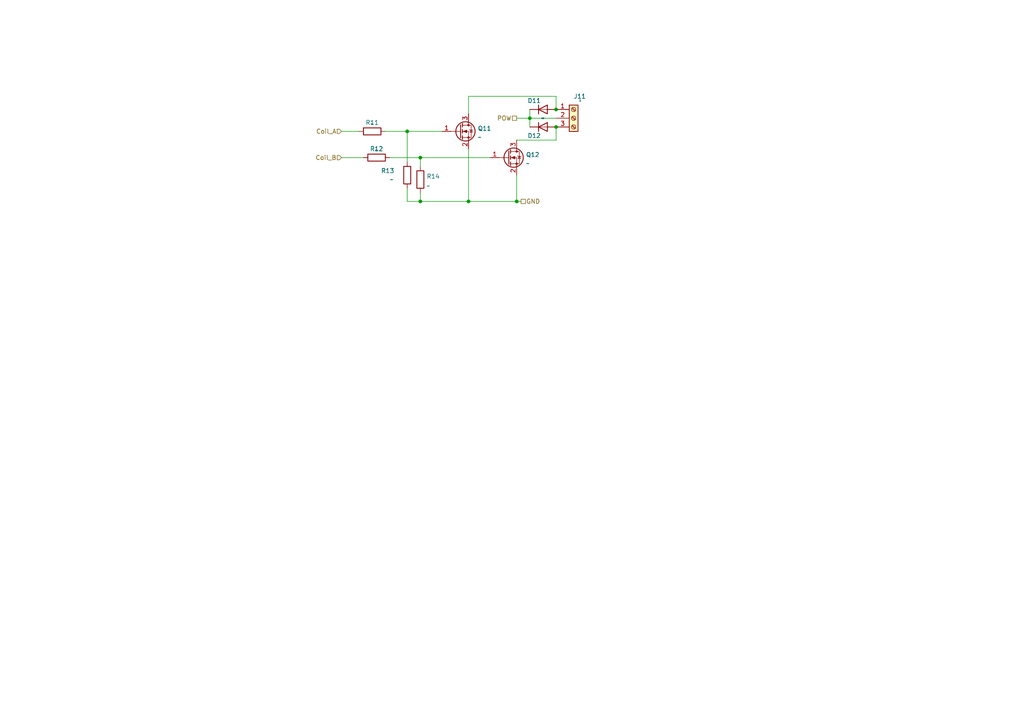
<source format=kicad_sch>
(kicad_sch (version 20230121) (generator eeschema)
  (paper "A4")
  (lib_symbols
    (symbol "Connector:Screw_Terminal_01x03" (pin_names (offset 1.016) hide)
      (property "Reference" "J" (at 0 5.08 0))
      (property "Value" "Screw_Terminal_01x03" (at 0 -5.08 0))
      (symbol "Screw_Terminal_01x03_1_1"
        (rectangle (start -1.27 3.81) (end 1.27 -3.81) (stroke (width 0.254)) (fill (type background)))
        (circle (center 0 -2.54) (radius 0.635) (stroke (width 0.1524)))
        (polyline (pts (xy -0.5334 -2.2098) (xy 0.3302 -3.048)) (stroke (width 0.1524)))
        (polyline (pts (xy -0.5334 0.3302) (xy 0.3302 -0.508)) (stroke (width 0.1524)))
        (polyline (pts (xy -0.5334 2.8702) (xy 0.3302 2.032)) (stroke (width 0.1524)))
        (polyline (pts (xy -0.3556 -2.032) (xy 0.508 -2.8702)) (stroke (width 0.1524)))
        (polyline (pts (xy -0.3556 0.508) (xy 0.508 -0.3302)) (stroke (width 0.1524)))
        (polyline (pts (xy -0.3556 3.048) (xy 0.508 2.2098)) (stroke (width 0.1524)))
        (circle (center 0 0) (radius 0.635) (stroke (width 0.1524)))
        (circle (center 0 2.54) (radius 0.635) (stroke (width 0.1524)))
        (pin passive line (at -5.08 2.54 0) (length 3.81) (name "Pin_1") (number "1"))
        (pin passive line (at -5.08 0 0) (length 3.81) (name "Pin_2") (number "2"))
        (pin passive line (at -5.08 -2.54 0) (length 3.81) (name "Pin_3") (number "3"))
      )
    )
    (symbol "Device:D" (pin_numbers hide) (pin_names (offset 1.016) hide)
      (property "Reference" "D" (at 0 2.54 0))
      (property "Value" "D" (at 0 -2.54 0))
      (symbol "D_0_1"
        (polyline (pts (xy -1.27 1.27) (xy -1.27 -1.27)) (stroke (width 0.254)))
        (polyline (pts (xy 1.27 0) (xy -1.27 0)))
        (polyline (pts (xy 1.27 1.27) (xy 1.27 -1.27) (xy -1.27 0) (xy 1.27 1.27)) (stroke (width 0.254)))
      )
      (symbol "D_1_1"
        (pin passive line (at -3.81 0 0) (length 2.54) (name "K") (number "1"))
        (pin passive line (at 3.81 0 180) (length 2.54) (name "A") (number "2"))
      )
    )
    (symbol "Device:R" (pin_numbers hide) (pin_names (offset 0))
      (property "Reference" "R" (at 2.032 0 90))
      (property "Value" "R" (at 0 0 90))
      (symbol "R_0_1"
        (rectangle (start -1.016 -2.54) (end 1.016 2.54) (stroke (width 0.254)))
      )
      (symbol "R_1_1"
        (pin passive line (at 0 3.81 270) (length 1.27) (name "~") (number "1"))
        (pin passive line (at 0 -3.81 90) (length 1.27) (name "~") (number "2"))
      )
    )
    (symbol "Transistor_FET:AO3400A" (pin_names hide)
      (property "Reference" "Q" (at 5.08 1.905 0))
      (property "Value" "AO3400A" (at 5.08 0 0))
      (symbol "AO3400A_0_1"
        (polyline (pts (xy 0.254 0) (xy -2.54 0)))
        (polyline (pts (xy 0.254 1.905) (xy 0.254 -1.905)) (stroke (width 0.254)))
        (polyline (pts (xy 0.762 -1.27) (xy 0.762 -2.286)) (stroke (width 0.254)))
        (polyline (pts (xy 0.762 0.508) (xy 0.762 -0.508)) (stroke (width 0.254)))
        (polyline (pts (xy 0.762 2.286) (xy 0.762 1.27)) (stroke (width 0.254)))
        (polyline (pts (xy 2.54 2.54) (xy 2.54 1.778)))
        (polyline (pts (xy 2.54 -2.54) (xy 2.54 0) (xy 0.762 0)))
        (polyline (pts (xy 0.762 -1.778) (xy 3.302 -1.778) (xy 3.302 1.778) (xy 0.762 1.778)))
        (polyline (pts (xy 1.016 0) (xy 2.032 0.381) (xy 2.032 -0.381) (xy 1.016 0)) (fill (type outline)))
        (polyline (pts (xy 2.794 0.508) (xy 2.921 0.381) (xy 3.683 0.381) (xy 3.81 0.254)))
        (polyline (pts (xy 3.302 0.381) (xy 2.921 -0.254) (xy 3.683 -0.254) (xy 3.302 0.381)))
        (circle (center 1.651 0) (radius 2.794) (stroke (width 0.254)))
        (circle (center 2.54 -1.778) (radius 0.254) (fill (type outline)))
        (circle (center 2.54 1.778) (radius 0.254) (fill (type outline)))
      )
      (symbol "AO3400A_1_1"
        (pin input line (at -5.08 0 0) (length 2.54) (name "G") (number "1"))
        (pin passive line (at 2.54 -5.08 90) (length 2.54) (name "S") (number "2"))
        (pin passive line (at 2.54 5.08 270) (length 2.54) (name "D") (number "3"))
      )
    )
  )
  (junction (at 153.67 34.29))
  (junction (at 149.86 58.42))
  (junction (at 135.89 58.42))
  (junction (at 121.92 58.42))
  (junction (at 121.92 45.72))
  (junction (at 161.29 31.75))
  (junction (at 161.29 36.83))
  (junction (at 118.11 38.1))
  (wire (pts (xy 118.11 58.42) (xy 121.92 58.42)))
  (wire (pts (xy 99.06 38.1) (xy 104.14 38.1)))
  (wire (pts (xy 121.92 58.42) (xy 135.89 58.42)))
  (wire (pts (xy 118.11 38.1) (xy 128.27 38.1)))
  (wire (pts (xy 118.11 38.1) (xy 118.11 46.99)))
  (wire (pts (xy 118.11 54.61) (xy 118.11 58.42)))
  (wire (pts (xy 121.92 48.26) (xy 121.92 45.72)))
  (wire (pts (xy 153.67 31.75) (xy 153.67 34.29)))
  (wire (pts (xy 111.76 38.1) (xy 118.11 38.1)))
  (wire (pts (xy 113.03 45.72) (xy 121.92 45.72)))
  (wire (pts (xy 99.06 45.72) (xy 105.41 45.72)))
  (wire (pts (xy 161.29 36.83) (xy 161.29 40.64)))
  (wire (pts (xy 135.89 27.94) (xy 161.29 27.94)))
  (wire (pts (xy 121.92 45.72) (xy 142.24 45.72)))
  (wire (pts (xy 153.67 34.29) (xy 153.67 36.83)))
  (wire (pts (xy 161.29 27.94) (xy 161.29 31.75)))
  (wire (pts (xy 149.86 58.42) (xy 151.13 58.42)))
  (wire (pts (xy 149.86 40.64) (xy 161.29 40.64)))
  (wire (pts (xy 135.89 58.42) (xy 149.86 58.42)))
  (wire (pts (xy 121.92 55.88) (xy 121.92 58.42)))
  (wire (pts (xy 149.86 50.8) (xy 149.86 58.42)))
  (wire (pts (xy 149.86 34.29) (xy 153.67 34.29)))
  (wire (pts (xy 135.89 43.18) (xy 135.89 58.42)))
  (wire (pts (xy 153.67 34.29) (xy 161.29 34.29)))
  (wire (pts (xy 135.89 27.94) (xy 135.89 33.02)))
  (hierarchical_label "POW" (shape passive) (at 149.86 34.29 180))
  (hierarchical_label "GND" (shape passive) (at 151.13 58.42 0))
  (hierarchical_label "Coil_A" (shape input) (at 99.06 38.1 180))
  (hierarchical_label "Coil_B" (shape input) (at 99.06 45.72 180))
  (symbol (lib_id "Device:R") (at 121.92 52.07 180) (unit 1)
    (property "Reference" "R14" (at 123.698 51.1615 0) (effects (justify right)))
    (property "Value" "~" (at 123.698 53.9366 0) (effects (justify right)))
    (property "Footprint" "Resistor_SMD:R_0603_1608Metric_Pad0.98x0.95mm_HandSolder" (effects hide))
    (property "JLCPCB Part#" "C17902" (effects hide))
    (instances (project "solenoidDecoder" (path "" (reference "R14") (unit 1)) (path "" (reference "R24") (unit 1)) (path "" (reference "R38") (unit 1)) (path "" (reference "R48") (unit 1)) (path "" (reference "R58") (unit 1)) (path "" (reference "R68") (unit 1)) (path "" (reference "R74") (unit 1)) (path "" (reference "R84") (unit 1))))
  )
  (symbol (lib_id "Device:D") (at 157.48 36.83 0) (unit 1)
    (property "Reference" "D12" (at 154.94 39.37 0))
    (property "Value" "~" (at 157.48 34.3686 0))
    (property "Footprint" "Diode_SMD:D_SMA" (effects hide))
    (property "JLCPCB Part#" "C8678" (effects hide))
    (instances (project "solenoidDecoder" (path "" (reference "D12") (unit 1)) (path "" (reference "D22") (unit 1)) (path "" (reference "D34") (unit 1)) (path "" (reference "D44") (unit 1)) (path "" (reference "D54") (unit 1)) (path "" (reference "D64") (unit 1)) (path "" (reference "D72") (unit 1)) (path "" (reference "D82") (unit 1))))
  )
  (symbol (lib_id "Connector:Screw_Terminal_01x03") (at 166.37 34.29 0) (unit 1)
    (property "Reference" "J11" (at 166.37 27.94 0) (effects (justify left)))
    (property "Value" "~" (at 168.2366 29.718 90) (effects (justify left)))
    (property "Footprint" "TerminalBlock_Phoenix:TerminalBlock_Phoenix_MKDS-1,5-3-5.08_1x03_P5.08mm_Horizontal" (effects hide))
    (instances (project "solenoidDecoder" (path "" (reference "J11") (unit 1)) (path "" (reference "J21") (unit 1)) (path "" (reference "J32") (unit 1)) (path "" (reference "J42") (unit 1)) (path "" (reference "J52") (unit 1)) (path "" (reference "J62") (unit 1)) (path "" (reference "J71") (unit 1)) (path "" (reference "J81") (unit 1))))
  )
  (symbol (lib_id "Transistor_FET:AO3400A") (at 133.35 38.1 0) (unit 1)
    (property "Reference" "Q11" (at 138.557 37.2653 0) (effects (justify left)))
    (property "Value" "~" (at 138.557 39.8022 0) (effects (justify left)))
    (property "Footprint" "Package_TO_SOT_SMD:SOT-23" (effects hide))
    (property "Datasheet" "http://www.aosmd.com/pdfs/datasheet/AO3400A.pdf" (effects hide))
    (property "JLCPCB Part#" "C20917" (effects hide))
    (instances (project "solenoidDecoder" (path "" (reference "Q11") (unit 1)) (path "" (reference "Q21") (unit 1)) (path "" (reference "Q33") (unit 1)) (path "" (reference "Q43") (unit 1)) (path "" (reference "Q53") (unit 1)) (path "" (reference "Q63") (unit 1)) (path "" (reference "Q71") (unit 1)) (path "" (reference "Q81") (unit 1))))
  )
  (symbol (lib_id "Device:D") (at 157.48 31.75 0) (unit 1)
    (property "Reference" "D11" (at 154.94 29.21 0))
    (property "Value" "~" (at 157.48 34.1829 0))
    (property "Footprint" "Diode_SMD:D_SMA" (effects hide))
    (property "JLCPCB Part#" "C8678" (effects hide))
    (instances (project "solenoidDecoder" (path "" (reference "D11") (unit 1)) (path "" (reference "D21") (unit 1)) (path "" (reference "D33") (unit 1)) (path "" (reference "D43") (unit 1)) (path "" (reference "D53") (unit 1)) (path "" (reference "D63") (unit 1)) (path "" (reference "D71") (unit 1)) (path "" (reference "D81") (unit 1))))
  )
  (symbol (lib_id "Device:R") (at 118.11 50.8 180) (unit 1)
    (property "Reference" "R13" (at 110.49 49.53 0) (effects (justify right)))
    (property "Value" "~" (at 113.03 52.07 0) (effects (justify right)))
    (property "Footprint" "Resistor_SMD:R_0603_1608Metric_Pad0.98x0.95mm_HandSolder" (effects hide))
    (property "JLCPCB Part#" "C17902" (effects hide))
    (instances (project "solenoidDecoder" (path "" (reference "R13") (unit 1)) (path "" (reference "R23") (unit 1)) (path "" (reference "R37") (unit 1)) (path "" (reference "R47") (unit 1)) (path "" (reference "R57") (unit 1)) (path "" (reference "R67") (unit 1)) (path "" (reference "R73") (unit 1)) (path "" (reference "R83") (unit 1))))
  )
  (symbol (lib_id "Transistor_FET:AO3400A") (at 147.32 45.72 0) (unit 1)
    (property "Reference" "Q12" (at 152.527 44.8853 0) (effects (justify left)))
    (property "Value" "~" (at 152.527 47.4222 0) (effects (justify left)))
    (property "Footprint" "Package_TO_SOT_SMD:SOT-23" (effects hide))
    (property "Datasheet" "http://www.aosmd.com/pdfs/datasheet/AO3400A.pdf" (effects hide))
    (property "JLCPCB Part#" "C20917" (effects hide))
    (instances (project "solenoidDecoder" (path "" (reference "Q12") (unit 1)) (path "" (reference "Q22") (unit 1)) (path "" (reference "Q34") (unit 1)) (path "" (reference "Q44") (unit 1)) (path "" (reference "Q54") (unit 1)) (path "" (reference "Q64") (unit 1)) (path "" (reference "Q72") (unit 1)) (path "" (reference "Q82") (unit 1))))
  )
  (symbol (lib_id "Device:R") (at 109.22 45.72 90) (unit 1)
    (property "Reference" "R12" (at 109.22 43.18 90))
    (property "Value" "~" (at 109.22 43.5411 90))
    (property "Footprint" "Resistor_SMD:R_0603_1608Metric_Pad0.98x0.95mm_HandSolder" (effects hide))
    (property "JLCPCB Part#" "C17958" (effects hide))
    (instances (project "solenoidDecoder" (path "" (reference "R12") (unit 1)) (path "" (reference "R22") (unit 1)) (path "" (reference "R36") (unit 1)) (path "" (reference "R46") (unit 1)) (path "" (reference "R56") (unit 1)) (path "" (reference "R66") (unit 1)) (path "" (reference "R72") (unit 1)) (path "" (reference "R82") (unit 1))))
  )
  (symbol (lib_id "Device:R") (at 107.95 38.1 90) (unit 1)
    (property "Reference" "R11" (at 107.95 35.56 90))
    (property "Value" "~" (at 107.95 35.8926 90))
    (property "Footprint" "Resistor_SMD:R_0603_1608Metric_Pad0.98x0.95mm_HandSolder" (effects hide))
    (property "JLCPCB Part#" "C17958" (effects hide))
    (instances (project "solenoidDecoder" (path "" (reference "R11") (unit 1)) (path "" (reference "R21") (unit 1)) (path "" (reference "R35") (unit 1)) (path "" (reference "R45") (unit 1)) (path "" (reference "R55") (unit 1)) (path "" (reference "R65") (unit 1)) (path "" (reference "R71") (unit 1)) (path "" (reference "R81") (unit 1))))
  )
)
</source>
